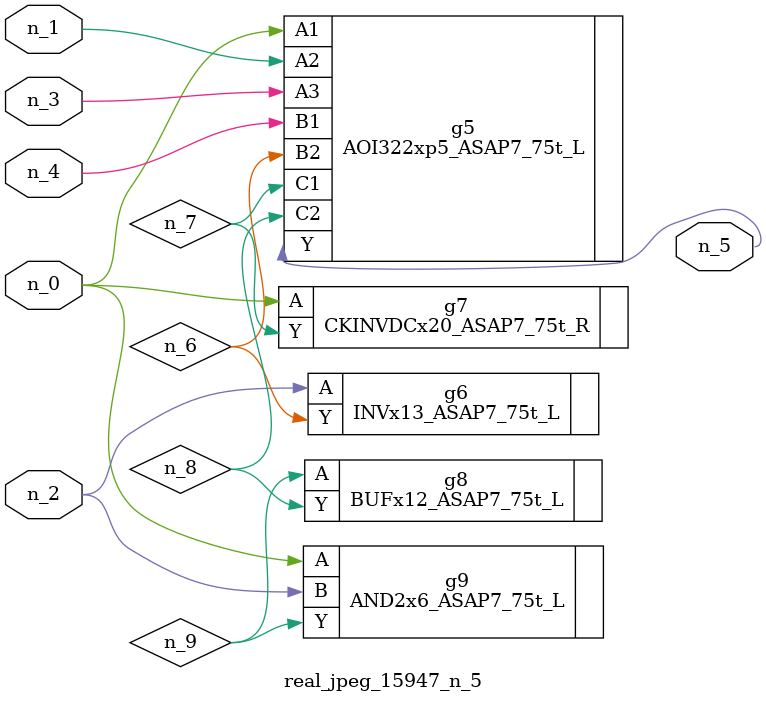
<source format=v>
module real_jpeg_15947_n_5 (n_4, n_0, n_1, n_2, n_3, n_5);

input n_4;
input n_0;
input n_1;
input n_2;
input n_3;

output n_5;

wire n_8;
wire n_6;
wire n_7;
wire n_9;

AOI322xp5_ASAP7_75t_L g5 ( 
.A1(n_0),
.A2(n_1),
.A3(n_3),
.B1(n_4),
.B2(n_6),
.C1(n_7),
.C2(n_8),
.Y(n_5)
);

CKINVDCx20_ASAP7_75t_R g7 ( 
.A(n_0),
.Y(n_7)
);

AND2x6_ASAP7_75t_L g9 ( 
.A(n_0),
.B(n_2),
.Y(n_9)
);

INVx13_ASAP7_75t_L g6 ( 
.A(n_2),
.Y(n_6)
);

BUFx12_ASAP7_75t_L g8 ( 
.A(n_9),
.Y(n_8)
);


endmodule
</source>
